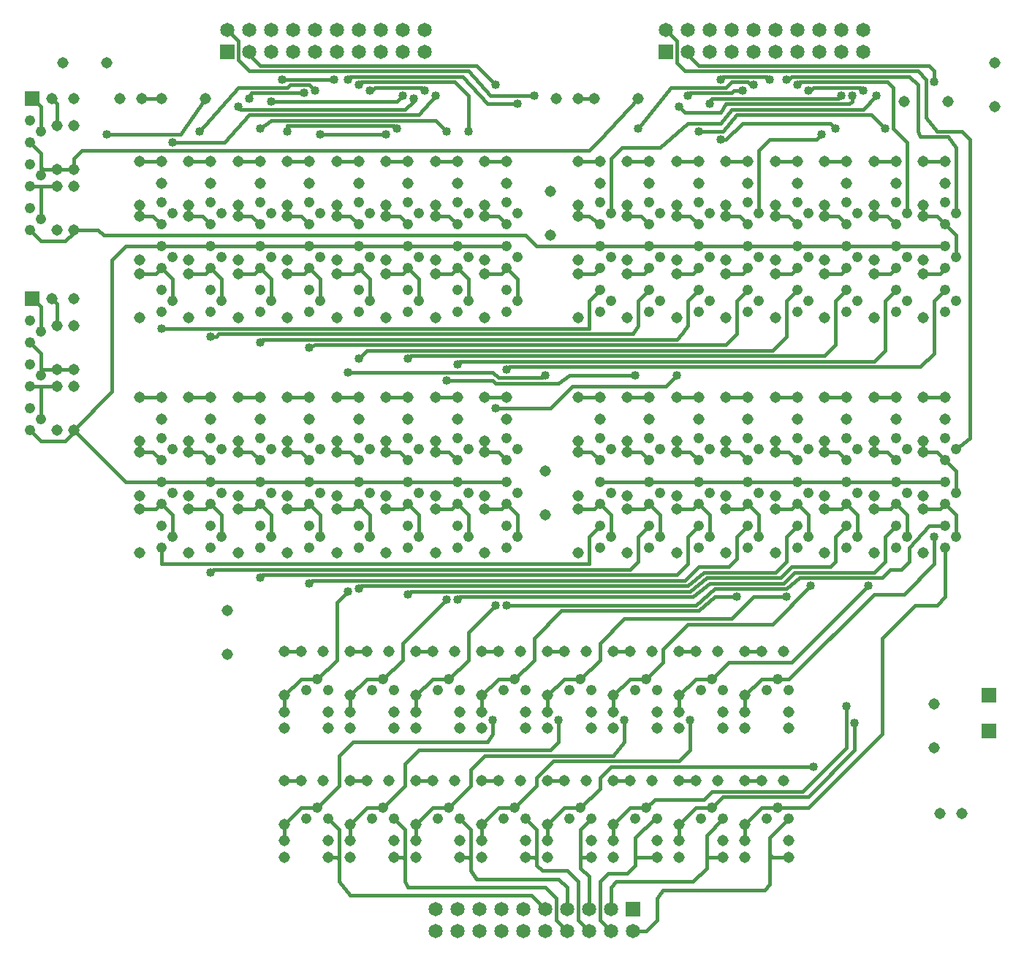
<source format=gbl>
G75*
G70*
%OFA0B0*%
%FSLAX24Y24*%
%IPPOS*%
%LPD*%
%AMOC8*
5,1,8,0,0,1.08239X$1,22.5*
%
%ADD10C,0.0476*%
%ADD11C,0.0515*%
%ADD12R,0.0650X0.0650*%
%ADD13C,0.0650*%
%ADD14R,0.0709X0.0709*%
%ADD15C,0.0160*%
%ADD16C,0.0400*%
D10*
X016285Y009250D03*
X016785Y009750D03*
X017285Y009250D03*
X019285Y009250D03*
X019785Y009750D03*
X020285Y009250D03*
X022285Y009250D03*
X022785Y009750D03*
X023285Y009250D03*
X025285Y009250D03*
X025785Y009750D03*
X026285Y009250D03*
X028285Y009250D03*
X028785Y009750D03*
X029285Y009250D03*
X031285Y009250D03*
X031785Y009750D03*
X032285Y009250D03*
X034285Y009250D03*
X034785Y009750D03*
X035285Y009250D03*
X037285Y009250D03*
X037785Y009750D03*
X038285Y009250D03*
X038285Y015125D03*
X037785Y015625D03*
X037285Y015125D03*
X035285Y015125D03*
X034785Y015625D03*
X034285Y015125D03*
X032285Y015125D03*
X031785Y015625D03*
X031285Y015125D03*
X029285Y015125D03*
X028785Y015625D03*
X028285Y015125D03*
X026285Y015125D03*
X025785Y015625D03*
X025285Y015125D03*
X023285Y015125D03*
X022785Y015625D03*
X022285Y015125D03*
X020285Y015125D03*
X019785Y015625D03*
X019285Y015125D03*
X017285Y015125D03*
X016785Y015625D03*
X016285Y015125D03*
X016410Y021625D03*
X016910Y022125D03*
X016410Y022625D03*
X016410Y023625D03*
X016910Y024125D03*
X016410Y024625D03*
X016410Y025625D03*
X016910Y026125D03*
X016410Y026625D03*
X014660Y026125D03*
X014160Y025625D03*
X014160Y024625D03*
X014660Y024125D03*
X014160Y023625D03*
X014160Y022625D03*
X014660Y022125D03*
X014160Y021625D03*
X012410Y022125D03*
X011910Y021625D03*
X011910Y022625D03*
X011910Y023625D03*
X012410Y024125D03*
X011910Y024625D03*
X011910Y025625D03*
X012410Y026125D03*
X011910Y026625D03*
X010160Y026125D03*
X009660Y025625D03*
X009660Y024625D03*
X010160Y024125D03*
X009660Y023625D03*
X009660Y022625D03*
X010160Y022125D03*
X009660Y021625D03*
X009660Y026625D03*
X014160Y026625D03*
X018660Y026625D03*
X019160Y026125D03*
X018660Y025625D03*
X018660Y024625D03*
X019160Y024125D03*
X018660Y023625D03*
X018660Y022625D03*
X019160Y022125D03*
X018660Y021625D03*
X020910Y021625D03*
X021410Y022125D03*
X020910Y022625D03*
X020910Y023625D03*
X021410Y024125D03*
X020910Y024625D03*
X020910Y025625D03*
X021410Y026125D03*
X020910Y026625D03*
X023160Y026625D03*
X023660Y026125D03*
X023160Y025625D03*
X023160Y024625D03*
X023660Y024125D03*
X023160Y023625D03*
X023160Y022625D03*
X023660Y022125D03*
X023160Y021625D03*
X025410Y021625D03*
X025910Y022125D03*
X025410Y022625D03*
X025410Y023625D03*
X025910Y024125D03*
X025410Y024625D03*
X025410Y025625D03*
X025910Y026125D03*
X025410Y026625D03*
X029660Y026625D03*
X030160Y026125D03*
X029660Y025625D03*
X029660Y024625D03*
X030160Y024125D03*
X029660Y023625D03*
X029660Y022625D03*
X030160Y022125D03*
X029660Y021625D03*
X031910Y021625D03*
X032410Y022125D03*
X031910Y022625D03*
X031910Y023625D03*
X032410Y024125D03*
X031910Y024625D03*
X031910Y025625D03*
X032410Y026125D03*
X031910Y026625D03*
X034160Y026625D03*
X034660Y026125D03*
X034160Y025625D03*
X034160Y024625D03*
X034660Y024125D03*
X034160Y023625D03*
X034160Y022625D03*
X034660Y022125D03*
X034160Y021625D03*
X036410Y021625D03*
X036910Y022125D03*
X036410Y022625D03*
X036410Y023625D03*
X036910Y024125D03*
X036410Y024625D03*
X036410Y025625D03*
X036910Y026125D03*
X036410Y026625D03*
X038660Y026625D03*
X039160Y026125D03*
X038660Y025625D03*
X038660Y024625D03*
X039160Y024125D03*
X038660Y023625D03*
X038660Y022625D03*
X039160Y022125D03*
X038660Y021625D03*
X040910Y021625D03*
X041410Y022125D03*
X040910Y022625D03*
X040910Y023625D03*
X041410Y024125D03*
X040910Y024625D03*
X040910Y025625D03*
X041410Y026125D03*
X040910Y026625D03*
X043160Y026625D03*
X043660Y026125D03*
X043160Y025625D03*
X043160Y024625D03*
X043660Y024125D03*
X043160Y023625D03*
X043160Y022625D03*
X043660Y022125D03*
X043160Y021625D03*
X045410Y021625D03*
X045910Y022125D03*
X045410Y022625D03*
X045410Y023625D03*
X045910Y024125D03*
X045410Y024625D03*
X045410Y025625D03*
X045910Y026125D03*
X045410Y026625D03*
X045410Y032375D03*
X045910Y032875D03*
X045410Y033375D03*
X045410Y034375D03*
X045910Y034875D03*
X045410Y035375D03*
X045410Y036375D03*
X045910Y036875D03*
X045410Y037375D03*
X043660Y036875D03*
X043160Y036375D03*
X043160Y035375D03*
X043660Y034875D03*
X043160Y034375D03*
X043160Y033375D03*
X043660Y032875D03*
X043160Y032375D03*
X041410Y032875D03*
X040910Y032375D03*
X040910Y033375D03*
X040910Y034375D03*
X041410Y034875D03*
X040910Y035375D03*
X040910Y036375D03*
X041410Y036875D03*
X040910Y037375D03*
X039160Y036875D03*
X038660Y036375D03*
X038660Y035375D03*
X039160Y034875D03*
X038660Y034375D03*
X038660Y033375D03*
X039160Y032875D03*
X038660Y032375D03*
X036910Y032875D03*
X036410Y032375D03*
X036410Y033375D03*
X036410Y034375D03*
X036910Y034875D03*
X036410Y035375D03*
X036410Y036375D03*
X036910Y036875D03*
X036410Y037375D03*
X034660Y036875D03*
X034160Y036375D03*
X034160Y035375D03*
X034660Y034875D03*
X034160Y034375D03*
X034160Y033375D03*
X034660Y032875D03*
X034160Y032375D03*
X032410Y032875D03*
X031910Y032375D03*
X031910Y033375D03*
X031910Y034375D03*
X032410Y034875D03*
X031910Y035375D03*
X031910Y036375D03*
X032410Y036875D03*
X031910Y037375D03*
X030160Y036875D03*
X029660Y036375D03*
X029660Y035375D03*
X030160Y034875D03*
X029660Y034375D03*
X029660Y033375D03*
X030160Y032875D03*
X029660Y032375D03*
X025910Y032875D03*
X025410Y032375D03*
X025410Y033375D03*
X025410Y034375D03*
X025910Y034875D03*
X025410Y035375D03*
X025410Y036375D03*
X025910Y036875D03*
X025410Y037375D03*
X023660Y036875D03*
X023160Y036375D03*
X023160Y035375D03*
X023660Y034875D03*
X023160Y034375D03*
X023160Y033375D03*
X023660Y032875D03*
X023160Y032375D03*
X021410Y032875D03*
X020910Y032375D03*
X020910Y033375D03*
X020910Y034375D03*
X021410Y034875D03*
X020910Y035375D03*
X020910Y036375D03*
X021410Y036875D03*
X020910Y037375D03*
X019160Y036875D03*
X018660Y036375D03*
X018660Y035375D03*
X019160Y034875D03*
X018660Y034375D03*
X018660Y033375D03*
X019160Y032875D03*
X018660Y032375D03*
X016910Y032875D03*
X016410Y032375D03*
X016410Y033375D03*
X016410Y034375D03*
X016910Y034875D03*
X016410Y035375D03*
X016410Y036375D03*
X016910Y036875D03*
X016410Y037375D03*
X014660Y036875D03*
X014160Y036375D03*
X014160Y035375D03*
X014660Y034875D03*
X014160Y034375D03*
X014160Y033375D03*
X014660Y032875D03*
X014160Y032375D03*
X012410Y032875D03*
X011910Y032375D03*
X011910Y033375D03*
X011910Y034375D03*
X012410Y034875D03*
X011910Y035375D03*
X011910Y036375D03*
X012410Y036875D03*
X011910Y037375D03*
X010160Y036875D03*
X009660Y036375D03*
X009660Y035375D03*
X010160Y034875D03*
X009660Y034375D03*
X009660Y033375D03*
X010160Y032875D03*
X009660Y032375D03*
X009660Y037375D03*
X014160Y037375D03*
X018660Y037375D03*
X023160Y037375D03*
X029660Y037375D03*
X034160Y037375D03*
X038660Y037375D03*
X043160Y037375D03*
X004160Y036625D03*
X003660Y036125D03*
X003660Y037125D03*
X003660Y038125D03*
X004160Y038625D03*
X003660Y039125D03*
X003660Y040125D03*
X004160Y040625D03*
X003660Y041125D03*
X003660Y032000D03*
X004160Y031500D03*
X003660Y031000D03*
X003660Y030000D03*
X004160Y029500D03*
X003660Y029000D03*
X003660Y028000D03*
X004160Y027500D03*
X003660Y027000D03*
D11*
X015285Y007500D03*
X015285Y008250D03*
X015285Y009000D03*
X015285Y011000D03*
X016035Y011000D03*
X017035Y011000D03*
X018285Y011000D03*
X019035Y011000D03*
X020035Y011000D03*
X021285Y011000D03*
X022035Y011000D03*
X023035Y011000D03*
X024285Y011000D03*
X025035Y011000D03*
X026035Y011000D03*
X027285Y011000D03*
X028035Y011000D03*
X029035Y011000D03*
X030285Y011000D03*
X031035Y011000D03*
X032035Y011000D03*
X033285Y011000D03*
X034035Y011000D03*
X035035Y011000D03*
X036285Y011000D03*
X037035Y011000D03*
X038035Y011000D03*
X036285Y009000D03*
X036285Y008250D03*
X036285Y007500D03*
X035285Y007500D03*
X035285Y008250D03*
X033285Y008250D03*
X033285Y007500D03*
X032285Y007500D03*
X032285Y008250D03*
X033285Y009000D03*
X030285Y009000D03*
X030285Y008250D03*
X030285Y007500D03*
X029285Y007500D03*
X029285Y008250D03*
X027285Y008250D03*
X027285Y007500D03*
X026285Y007500D03*
X026285Y008250D03*
X027285Y009000D03*
X024285Y009000D03*
X024285Y008250D03*
X024285Y007500D03*
X023285Y007500D03*
X023285Y008250D03*
X021285Y008250D03*
X021285Y007500D03*
X020285Y007500D03*
X020285Y008250D03*
X021285Y009000D03*
X018285Y009000D03*
X018285Y008250D03*
X018285Y007500D03*
X017285Y007500D03*
X017285Y008250D03*
X017285Y013375D03*
X017285Y014125D03*
X018285Y014125D03*
X018285Y013375D03*
X018285Y014875D03*
X018285Y016875D03*
X019035Y016875D03*
X020035Y016875D03*
X021285Y016875D03*
X022035Y016875D03*
X023035Y016875D03*
X024285Y016875D03*
X025035Y016875D03*
X026035Y016875D03*
X027285Y016875D03*
X028035Y016875D03*
X029035Y016875D03*
X030285Y016875D03*
X031035Y016875D03*
X032035Y016875D03*
X033285Y016875D03*
X034035Y016875D03*
X035035Y016875D03*
X036285Y016875D03*
X037035Y016875D03*
X038035Y016875D03*
X036285Y014875D03*
X036285Y014125D03*
X036285Y013375D03*
X035285Y013375D03*
X035285Y014125D03*
X033285Y014125D03*
X033285Y013375D03*
X032285Y013375D03*
X032285Y014125D03*
X033285Y014875D03*
X030285Y014875D03*
X030285Y014125D03*
X030285Y013375D03*
X029285Y013375D03*
X029285Y014125D03*
X027285Y014125D03*
X027285Y013375D03*
X026285Y013375D03*
X026285Y014125D03*
X027285Y014875D03*
X024285Y014875D03*
X024285Y014125D03*
X024285Y013375D03*
X023285Y013375D03*
X023285Y014125D03*
X021285Y014125D03*
X021285Y013375D03*
X020285Y013375D03*
X020285Y014125D03*
X021285Y014875D03*
X017035Y016875D03*
X016035Y016875D03*
X015285Y016875D03*
X015285Y014875D03*
X015285Y014125D03*
X015285Y013375D03*
X012660Y016750D03*
X012660Y018750D03*
X013160Y021375D03*
X013160Y023375D03*
X013160Y024000D03*
X013160Y026000D03*
X013160Y026500D03*
X014160Y027500D03*
X014160Y028500D03*
X013160Y028500D03*
X011910Y028500D03*
X010910Y028500D03*
X011910Y027500D03*
X010910Y026500D03*
X010910Y026000D03*
X009660Y027500D03*
X009660Y028500D03*
X008660Y028500D03*
X008660Y026500D03*
X008660Y026000D03*
X008660Y024000D03*
X008660Y023375D03*
X008660Y021375D03*
X010910Y021375D03*
X010910Y023375D03*
X010910Y024000D03*
X015410Y024000D03*
X015410Y023375D03*
X015410Y021375D03*
X017660Y021375D03*
X017660Y023375D03*
X017660Y024000D03*
X017660Y026000D03*
X017660Y026500D03*
X018660Y027500D03*
X018660Y028500D03*
X017660Y028500D03*
X016410Y028500D03*
X015410Y028500D03*
X016410Y027500D03*
X015410Y026500D03*
X015410Y026000D03*
X019910Y026000D03*
X019910Y026500D03*
X020910Y027500D03*
X020910Y028500D03*
X019910Y028500D03*
X022160Y028500D03*
X023160Y028500D03*
X023160Y027500D03*
X022160Y026500D03*
X022160Y026000D03*
X022160Y024000D03*
X022160Y023375D03*
X022160Y021375D03*
X019910Y021375D03*
X019910Y023375D03*
X019910Y024000D03*
X024410Y024000D03*
X024410Y023375D03*
X024410Y021375D03*
X027160Y023125D03*
X028660Y023375D03*
X028660Y024000D03*
X027160Y025125D03*
X028660Y026000D03*
X028660Y026500D03*
X029660Y027500D03*
X029660Y028500D03*
X028660Y028500D03*
X030910Y028500D03*
X031910Y028500D03*
X031910Y027500D03*
X030910Y026500D03*
X030910Y026000D03*
X030910Y024000D03*
X030910Y023375D03*
X030910Y021375D03*
X028660Y021375D03*
X033160Y021375D03*
X033160Y023375D03*
X033160Y024000D03*
X033160Y026000D03*
X033160Y026500D03*
X034160Y027500D03*
X034160Y028500D03*
X033160Y028500D03*
X035410Y028500D03*
X036410Y028500D03*
X036410Y027500D03*
X035410Y026500D03*
X035410Y026000D03*
X035410Y024000D03*
X035410Y023375D03*
X035410Y021375D03*
X037660Y021375D03*
X037660Y023375D03*
X037660Y024000D03*
X037660Y026000D03*
X037660Y026500D03*
X038660Y027500D03*
X038660Y028500D03*
X037660Y028500D03*
X039910Y028500D03*
X040910Y028500D03*
X040910Y027500D03*
X042160Y026500D03*
X042160Y026000D03*
X043160Y027500D03*
X043160Y028500D03*
X042160Y028500D03*
X044410Y028500D03*
X045410Y028500D03*
X045410Y027500D03*
X044410Y026500D03*
X044410Y026000D03*
X044410Y024000D03*
X044410Y023375D03*
X044410Y021375D03*
X042160Y021375D03*
X042160Y023375D03*
X042160Y024000D03*
X039910Y024000D03*
X039910Y023375D03*
X039910Y021375D03*
X039910Y026000D03*
X039910Y026500D03*
X039910Y032125D03*
X039910Y034125D03*
X039910Y034750D03*
X039910Y036750D03*
X039910Y037250D03*
X038660Y038250D03*
X038660Y039250D03*
X037660Y039250D03*
X036410Y039250D03*
X035410Y039250D03*
X034160Y039250D03*
X033160Y039250D03*
X034160Y038250D03*
X033160Y037250D03*
X033160Y036750D03*
X031910Y038250D03*
X031910Y039250D03*
X030910Y039250D03*
X029660Y039250D03*
X028660Y039250D03*
X029660Y038250D03*
X028660Y037250D03*
X028660Y036750D03*
X027410Y035875D03*
X028660Y034750D03*
X028660Y034125D03*
X028660Y032125D03*
X030910Y032125D03*
X030910Y034125D03*
X030910Y034750D03*
X030910Y036750D03*
X030910Y037250D03*
X033160Y034750D03*
X033160Y034125D03*
X033160Y032125D03*
X035410Y032125D03*
X035410Y034125D03*
X035410Y034750D03*
X035410Y036750D03*
X035410Y037250D03*
X036410Y038250D03*
X037660Y037250D03*
X037660Y036750D03*
X037660Y034750D03*
X037660Y034125D03*
X037660Y032125D03*
X042160Y032125D03*
X042160Y034125D03*
X042160Y034750D03*
X042160Y036750D03*
X042160Y037250D03*
X043160Y038250D03*
X043160Y039250D03*
X042160Y039250D03*
X040910Y039250D03*
X040910Y038250D03*
X039910Y039250D03*
X043535Y042000D03*
X045535Y042000D03*
X047660Y041750D03*
X047660Y043750D03*
X045410Y039250D03*
X044410Y039250D03*
X045410Y038250D03*
X044410Y037250D03*
X044410Y036750D03*
X044410Y034750D03*
X044410Y034125D03*
X044410Y032125D03*
X031410Y042125D03*
X029410Y042125D03*
X028660Y042125D03*
X027660Y042125D03*
X025410Y039250D03*
X024410Y039250D03*
X025410Y038250D03*
X024410Y037250D03*
X024410Y036750D03*
X023160Y038250D03*
X023160Y039250D03*
X022160Y039250D03*
X020910Y039250D03*
X019910Y039250D03*
X020910Y038250D03*
X019910Y037250D03*
X019910Y036750D03*
X018660Y038250D03*
X018660Y039250D03*
X017660Y039250D03*
X016410Y039250D03*
X015410Y039250D03*
X016410Y038250D03*
X015410Y037250D03*
X015410Y036750D03*
X014160Y038250D03*
X014160Y039250D03*
X013160Y039250D03*
X011910Y039250D03*
X010910Y039250D03*
X011910Y038250D03*
X010910Y037250D03*
X010910Y036750D03*
X009660Y038250D03*
X009660Y039250D03*
X008660Y039250D03*
X008660Y037250D03*
X008660Y036750D03*
X008660Y034750D03*
X008660Y034125D03*
X008660Y032125D03*
X010910Y032125D03*
X010910Y034125D03*
X010910Y034750D03*
X013160Y034750D03*
X013160Y034125D03*
X013160Y032125D03*
X015410Y032125D03*
X015410Y034125D03*
X015410Y034750D03*
X017660Y034750D03*
X017660Y034125D03*
X017660Y032125D03*
X019910Y032125D03*
X019910Y034125D03*
X019910Y034750D03*
X022160Y034750D03*
X022160Y034125D03*
X022160Y032125D03*
X024410Y032125D03*
X024410Y034125D03*
X024410Y034750D03*
X022160Y036750D03*
X022160Y037250D03*
X017660Y037250D03*
X017660Y036750D03*
X013160Y036750D03*
X013160Y037250D03*
X011660Y042125D03*
X009660Y042125D03*
X008785Y042125D03*
X007785Y042125D03*
X007160Y043750D03*
X005660Y042125D03*
X004660Y042125D03*
X004910Y040875D03*
X005660Y040875D03*
X005660Y038875D03*
X005660Y038125D03*
X004910Y038125D03*
X004910Y038875D03*
X004910Y036125D03*
X005660Y036125D03*
X005660Y033000D03*
X004660Y033000D03*
X004910Y031750D03*
X005660Y031750D03*
X005660Y029750D03*
X004910Y029750D03*
X004910Y029000D03*
X005660Y029000D03*
X005660Y027000D03*
X004910Y027000D03*
X005160Y043750D03*
X024410Y028500D03*
X025410Y028500D03*
X025410Y027500D03*
X024410Y026500D03*
X024410Y026000D03*
X027410Y037875D03*
X044910Y014500D03*
X044910Y012500D03*
X045160Y009500D03*
X046160Y009500D03*
X038285Y008250D03*
X038285Y007500D03*
X038285Y013375D03*
X038285Y014125D03*
D12*
X031160Y005125D03*
X032660Y044250D03*
X012660Y044250D03*
D13*
X012660Y045250D03*
X013660Y045250D03*
X013660Y044250D03*
X014660Y044250D03*
X014660Y045250D03*
X015660Y045250D03*
X015660Y044250D03*
X016660Y044250D03*
X016660Y045250D03*
X017660Y045250D03*
X017660Y044250D03*
X018660Y044250D03*
X018660Y045250D03*
X019660Y045250D03*
X019660Y044250D03*
X020660Y044250D03*
X020660Y045250D03*
X021660Y045250D03*
X021660Y044250D03*
X032660Y045250D03*
X033660Y045250D03*
X033660Y044250D03*
X034660Y044250D03*
X034660Y045250D03*
X035660Y045250D03*
X035660Y044250D03*
X036660Y044250D03*
X036660Y045250D03*
X037660Y045250D03*
X037660Y044250D03*
X038660Y044250D03*
X038660Y045250D03*
X039660Y045250D03*
X039660Y044250D03*
X040660Y044250D03*
X040660Y045250D03*
X041660Y045250D03*
X041660Y044250D03*
X030160Y005125D03*
X029160Y005125D03*
X028160Y005125D03*
X027160Y005125D03*
X026160Y005125D03*
X025160Y005125D03*
X024160Y005125D03*
X024160Y004125D03*
X025160Y004125D03*
X026160Y004125D03*
X027160Y004125D03*
X028160Y004125D03*
X029160Y004125D03*
X030160Y004125D03*
X031160Y004125D03*
X023160Y004125D03*
X022160Y004125D03*
X022160Y005125D03*
X023160Y005125D03*
D14*
X047410Y013250D03*
X047410Y014875D03*
X003785Y033000D03*
X003785Y042125D03*
D15*
X004160Y041750D01*
X004160Y040625D01*
X003660Y040125D02*
X004160Y039625D01*
X004160Y039000D01*
X004285Y038875D01*
X004910Y038875D01*
X005660Y038875D01*
X005660Y039375D01*
X006035Y039750D01*
X029160Y039750D01*
X029660Y040250D01*
X031410Y042125D01*
X031410Y040750D02*
X032910Y042625D01*
X035410Y042625D01*
X035660Y042875D01*
X036410Y042875D01*
X036535Y042750D01*
X036660Y042750D01*
X036160Y042500D02*
X035785Y042500D01*
X035660Y042375D01*
X033785Y042375D01*
X033660Y042250D01*
X033285Y041750D02*
X033535Y041500D01*
X035160Y041500D01*
X035410Y041875D01*
X041035Y041875D01*
X041160Y042000D01*
X041160Y042250D01*
X040660Y042250D02*
X040535Y042125D01*
X034785Y042125D01*
X034660Y042000D01*
X034660Y041875D01*
X035160Y041000D02*
X033660Y041000D01*
X032410Y039875D01*
X030660Y039875D01*
X030160Y039375D01*
X030160Y036875D01*
X029660Y036375D02*
X029160Y036750D01*
X028660Y036750D01*
X028660Y037250D01*
X028660Y039250D02*
X029660Y039250D01*
X030910Y039250D02*
X031910Y039250D01*
X033160Y039250D02*
X034160Y039250D01*
X035410Y039250D02*
X036410Y039250D01*
X036910Y039750D02*
X037410Y040250D01*
X039535Y040250D01*
X039785Y040500D01*
X040160Y041000D02*
X040410Y040750D01*
X040160Y041000D02*
X036160Y041000D01*
X035410Y040250D01*
X035160Y040250D01*
X035285Y040625D02*
X034160Y040625D01*
X035160Y041000D02*
X035660Y041625D01*
X041660Y041625D01*
X042285Y042250D01*
X041660Y042500D02*
X041535Y042625D01*
X039410Y042625D01*
X039285Y042500D01*
X039160Y042500D01*
X038785Y042875D02*
X038660Y042750D01*
X038785Y042875D02*
X042785Y042875D01*
X043035Y042625D01*
X043035Y040750D01*
X043660Y040125D01*
X043660Y036875D01*
X043160Y036375D02*
X042785Y036750D01*
X042160Y036750D01*
X042160Y037250D01*
X040910Y036375D02*
X040535Y036750D01*
X039910Y036750D01*
X039910Y037250D01*
X038660Y036375D02*
X038285Y036750D01*
X037660Y036750D01*
X037660Y037250D01*
X036910Y036875D02*
X036910Y039750D01*
X037660Y039250D02*
X038660Y039250D01*
X039910Y039250D02*
X040910Y039250D01*
X042160Y039250D02*
X043160Y039250D01*
X044285Y040375D02*
X045535Y040375D01*
X045910Y039875D01*
X045910Y036875D01*
X045410Y036375D02*
X045910Y035875D01*
X045910Y034875D01*
X045410Y034375D02*
X045160Y034125D01*
X044410Y034125D01*
X045410Y033375D02*
X044910Y032875D01*
X044910Y030500D01*
X044285Y029875D01*
X025535Y029875D01*
X025410Y029750D01*
X025035Y029375D02*
X024785Y029625D01*
X018160Y029625D01*
X018660Y030250D02*
X019035Y030625D01*
X037535Y030625D01*
X038160Y031250D01*
X038160Y032875D01*
X038660Y033375D01*
X038410Y034125D02*
X037660Y034125D01*
X038410Y034125D02*
X038660Y034375D01*
X038660Y035375D02*
X036410Y035375D01*
X034160Y035375D01*
X031910Y035375D01*
X029660Y035375D01*
X026785Y035375D01*
X026285Y035875D01*
X007035Y035875D01*
X006785Y036125D01*
X005660Y036125D01*
X005660Y036000D01*
X005285Y035625D01*
X004160Y035625D01*
X003660Y036125D01*
X004160Y036625D02*
X004160Y038125D01*
X003660Y038125D01*
X004160Y038125D02*
X004910Y038125D01*
X004160Y038625D02*
X004160Y039000D01*
X004910Y040875D02*
X004910Y041875D01*
X004660Y042125D01*
X007160Y040500D02*
X010535Y040500D01*
X011660Y042125D01*
X012410Y041750D02*
X011410Y040625D01*
X012535Y040125D02*
X013660Y041375D01*
X021410Y041375D01*
X022160Y042250D01*
X021660Y042500D02*
X021535Y042625D01*
X019410Y042625D01*
X019285Y042500D01*
X019160Y042500D01*
X018785Y042875D02*
X018660Y042750D01*
X018785Y042875D02*
X023035Y042875D01*
X023660Y042250D01*
X023660Y040625D01*
X024535Y041875D02*
X023410Y043125D01*
X018285Y043125D01*
X018160Y043000D01*
X017535Y043000D02*
X015160Y043000D01*
X015410Y042625D02*
X013160Y042625D01*
X012410Y041750D01*
X013160Y041750D02*
X013285Y041625D01*
X020785Y041625D01*
X021160Y042000D01*
X021160Y042125D01*
X020660Y042250D02*
X020410Y042000D01*
X014660Y042000D01*
X014660Y041125D02*
X022160Y041125D01*
X022660Y040625D01*
X022160Y039250D02*
X023160Y039250D01*
X024410Y039250D02*
X025410Y039250D01*
X024410Y037250D02*
X024410Y036750D01*
X025035Y036750D01*
X025410Y036375D01*
X025410Y035375D02*
X023160Y035375D01*
X020910Y035375D01*
X018660Y035375D01*
X016410Y035375D01*
X014160Y035375D01*
X011910Y035375D01*
X009660Y035375D01*
X008035Y035375D01*
X007410Y034750D01*
X007410Y028750D01*
X005660Y027000D01*
X008035Y024625D01*
X009660Y024625D01*
X011910Y024625D01*
X014160Y024625D01*
X016410Y024625D01*
X018660Y024625D01*
X020910Y024625D01*
X023160Y024625D01*
X025410Y024625D01*
X025410Y023625D02*
X025910Y023125D01*
X025910Y022125D01*
X025160Y023375D02*
X024410Y023375D01*
X023660Y023125D02*
X023160Y023625D01*
X022910Y023375D01*
X022160Y023375D01*
X021410Y023125D02*
X020910Y023625D01*
X020660Y023375D01*
X019910Y023375D01*
X019160Y023125D02*
X018660Y023625D01*
X018410Y023375D01*
X017660Y023375D01*
X016910Y023125D02*
X016410Y023625D01*
X016160Y023375D01*
X015410Y023375D01*
X014660Y023125D02*
X014160Y023625D01*
X013910Y023375D01*
X013160Y023375D01*
X012410Y023125D02*
X011910Y023625D01*
X011660Y023375D01*
X010910Y023375D01*
X010160Y023125D02*
X009660Y023625D01*
X009410Y023375D01*
X008660Y023375D01*
X010160Y023125D02*
X010160Y022125D01*
X009660Y021625D02*
X009660Y020875D01*
X029160Y020875D01*
X029160Y022125D01*
X029660Y022625D01*
X030160Y022125D02*
X030160Y023125D01*
X029660Y023625D01*
X029410Y023375D01*
X028660Y023375D01*
X029660Y024625D02*
X031910Y024625D01*
X034160Y024625D01*
X036410Y024625D01*
X038660Y024625D01*
X040910Y024625D01*
X043160Y024625D01*
X045410Y024625D01*
X045910Y024125D02*
X045910Y025125D01*
X045410Y025625D01*
X045035Y026000D01*
X044410Y026000D01*
X044410Y026500D01*
X043160Y025625D02*
X042785Y026000D01*
X042160Y026000D01*
X042160Y026500D01*
X040910Y025625D02*
X040535Y026000D01*
X039910Y026000D01*
X039910Y026500D01*
X038660Y025625D02*
X038285Y026000D01*
X037660Y026000D01*
X037660Y026500D01*
X036410Y025625D02*
X036035Y026000D01*
X035410Y026000D01*
X035410Y026500D01*
X034160Y025625D02*
X033785Y026000D01*
X033160Y026000D01*
X033160Y026500D01*
X031910Y025625D02*
X031535Y026000D01*
X030910Y026000D01*
X030910Y026500D01*
X029660Y025625D02*
X029285Y026000D01*
X028660Y026000D01*
X028660Y026500D01*
X027410Y028000D02*
X028410Y029000D01*
X032660Y029000D01*
X033160Y029500D01*
X033160Y028500D02*
X034160Y028500D01*
X035410Y028500D02*
X036410Y028500D01*
X037660Y028500D02*
X038660Y028500D01*
X039910Y028500D02*
X040910Y028500D01*
X042160Y028500D02*
X043160Y028500D01*
X044410Y028500D02*
X045410Y028500D01*
X046535Y026625D02*
X046535Y040250D01*
X046160Y040625D01*
X045035Y040625D01*
X044535Y041250D01*
X044535Y043000D01*
X044160Y043375D01*
X033535Y043375D01*
X033160Y043750D01*
X033160Y044750D01*
X032660Y045250D01*
X033660Y044250D02*
X033660Y044125D01*
X034160Y043625D01*
X044660Y043625D01*
X044910Y043375D01*
X044910Y042875D01*
X044160Y042750D02*
X044160Y040625D01*
X044285Y040375D01*
X044410Y039250D02*
X045410Y039250D01*
X044410Y037250D02*
X044410Y036750D01*
X045035Y036750D01*
X045410Y036375D01*
X045410Y035375D02*
X043160Y035375D01*
X040910Y035375D01*
X038660Y035375D01*
X039910Y034125D02*
X040660Y034125D01*
X040910Y034375D01*
X040910Y033375D02*
X040410Y032875D01*
X040410Y030875D01*
X039910Y030375D01*
X021035Y030375D01*
X020910Y030250D01*
X022660Y029250D02*
X024785Y029250D01*
X024910Y029125D01*
X027785Y029125D01*
X028285Y029500D01*
X031285Y029500D01*
X030910Y028500D02*
X031910Y028500D01*
X029660Y028500D02*
X028660Y028500D01*
X027410Y028000D02*
X024910Y028000D01*
X025410Y028500D02*
X024410Y028500D01*
X025035Y029375D02*
X027035Y029375D01*
X027160Y029500D01*
X029160Y031625D02*
X029160Y032875D01*
X029660Y033375D01*
X029410Y034125D02*
X028660Y034125D01*
X029410Y034125D02*
X029660Y034375D01*
X030910Y034125D02*
X031660Y034125D01*
X031910Y034375D01*
X031910Y033375D02*
X031410Y032875D01*
X031410Y031750D01*
X031160Y031375D01*
X012285Y031375D01*
X012160Y031250D01*
X011910Y031250D01*
X012410Y032875D02*
X012410Y033875D01*
X011910Y034375D01*
X011660Y034125D01*
X010910Y034125D01*
X010160Y033875D02*
X009660Y034375D01*
X009410Y034125D01*
X008660Y034125D01*
X010160Y033875D02*
X010160Y032875D01*
X009660Y031625D02*
X029160Y031625D01*
X025910Y032875D02*
X025910Y033875D01*
X025410Y034375D01*
X025160Y034125D01*
X024410Y034125D01*
X023660Y033875D02*
X023160Y034375D01*
X022910Y034125D01*
X022160Y034125D01*
X021410Y033875D02*
X020910Y034375D01*
X020660Y034125D01*
X019910Y034125D01*
X019160Y033875D02*
X018660Y034375D01*
X018410Y034125D01*
X017660Y034125D01*
X016910Y033875D02*
X016410Y034375D01*
X016160Y034125D01*
X015410Y034125D01*
X014660Y033875D02*
X014160Y034375D01*
X013910Y034125D01*
X013160Y034125D01*
X014660Y033875D02*
X014660Y032875D01*
X014285Y031125D02*
X033160Y031125D01*
X033410Y031375D01*
X033660Y031750D01*
X033660Y032875D01*
X034160Y033375D01*
X033910Y034125D02*
X033160Y034125D01*
X033910Y034125D02*
X034160Y034375D01*
X035410Y034125D02*
X036160Y034125D01*
X036410Y034375D01*
X036410Y033375D02*
X035910Y032875D01*
X035910Y031375D01*
X035410Y030875D01*
X016660Y030875D01*
X016410Y030750D01*
X016910Y032875D02*
X016910Y033875D01*
X019160Y033875D02*
X019160Y032875D01*
X021410Y032875D02*
X021410Y033875D01*
X023660Y033875D02*
X023660Y032875D01*
X023285Y030125D02*
X042160Y030125D01*
X042660Y030625D01*
X042660Y032875D01*
X043160Y033375D01*
X042910Y034125D02*
X042160Y034125D01*
X042910Y034125D02*
X043160Y034375D01*
X042660Y040750D02*
X042035Y041375D01*
X035910Y041375D01*
X035285Y040625D01*
X035160Y043000D02*
X035285Y043125D01*
X037285Y043125D01*
X037410Y043000D01*
X038160Y043000D02*
X038285Y043000D01*
X038410Y043125D01*
X043785Y043125D01*
X044160Y042750D01*
X036410Y036375D02*
X036035Y036750D01*
X035410Y036750D01*
X035410Y037250D01*
X034160Y036375D02*
X033785Y036750D01*
X033160Y036750D01*
X033160Y037250D01*
X031910Y036375D02*
X031535Y036750D01*
X030910Y036750D01*
X030910Y037250D01*
X029410Y042125D02*
X028660Y042125D01*
X026660Y042250D02*
X024660Y042250D01*
X023660Y043375D01*
X013660Y043375D01*
X013160Y043875D01*
X013160Y044750D01*
X012660Y045250D01*
X013660Y044250D02*
X013660Y044125D01*
X014160Y043625D01*
X024035Y043625D01*
X024910Y042750D01*
X024535Y041875D02*
X025910Y041875D01*
X022160Y037250D02*
X022160Y036750D01*
X022785Y036750D01*
X023160Y036375D01*
X020910Y036375D02*
X020535Y036750D01*
X019910Y036750D01*
X019910Y037250D01*
X018660Y036375D02*
X018285Y036750D01*
X017660Y036750D01*
X017660Y037250D01*
X016410Y036375D02*
X016035Y036750D01*
X015410Y036750D01*
X015410Y037250D01*
X014160Y036375D02*
X013785Y036750D01*
X013160Y036750D01*
X013160Y037250D01*
X011910Y036375D02*
X011535Y036750D01*
X010910Y036750D01*
X010910Y037250D01*
X009660Y036375D02*
X009285Y036750D01*
X008660Y036750D01*
X008660Y037250D01*
X008660Y039250D02*
X009660Y039250D01*
X010160Y040125D02*
X012535Y040125D01*
X011910Y039250D02*
X010910Y039250D01*
X013160Y039250D02*
X014160Y039250D01*
X015410Y039250D02*
X016410Y039250D01*
X017660Y039250D02*
X018660Y039250D01*
X019910Y039250D02*
X020910Y039250D01*
X020410Y040750D02*
X020285Y040875D01*
X015410Y040875D01*
X015410Y040625D01*
X014660Y041125D02*
X014160Y040750D01*
X013660Y042125D02*
X013785Y042375D01*
X016160Y042375D01*
X016410Y042750D02*
X015535Y042750D01*
X015410Y042625D01*
X016410Y042750D02*
X016660Y042500D01*
X016910Y040500D02*
X019910Y040500D01*
X014285Y031125D02*
X014160Y031000D01*
X014160Y028500D02*
X013160Y028500D01*
X011910Y028500D02*
X010910Y028500D01*
X009660Y028500D02*
X008660Y028500D01*
X008660Y026500D02*
X008660Y026000D01*
X009285Y026000D01*
X009660Y025625D01*
X010910Y026000D02*
X010910Y026500D01*
X010910Y026000D02*
X011535Y026000D01*
X011910Y025625D01*
X013160Y026000D02*
X013160Y026500D01*
X013160Y026000D02*
X013785Y026000D01*
X014160Y025625D01*
X015410Y026000D02*
X015410Y026500D01*
X015410Y026000D02*
X016035Y026000D01*
X016410Y025625D01*
X017660Y026000D02*
X017660Y026500D01*
X017660Y026000D02*
X018285Y026000D01*
X018660Y025625D01*
X019910Y026000D02*
X019910Y026500D01*
X019910Y026000D02*
X020535Y026000D01*
X020910Y025625D01*
X022160Y026000D02*
X022160Y026500D01*
X022160Y026000D02*
X022785Y026000D01*
X023160Y025625D01*
X024410Y026000D02*
X024410Y026500D01*
X024410Y026000D02*
X025035Y026000D01*
X025410Y025625D01*
X025410Y023625D02*
X025160Y023375D01*
X023660Y023125D02*
X023660Y022125D01*
X021410Y022125D02*
X021410Y023125D01*
X019160Y023125D02*
X019160Y022125D01*
X016910Y022125D02*
X016910Y023125D01*
X014660Y023125D02*
X014660Y022125D01*
X014285Y020375D02*
X033160Y020375D01*
X033660Y020875D01*
X033660Y022125D01*
X034160Y022625D01*
X034660Y022125D02*
X034660Y023125D01*
X034160Y023625D01*
X033910Y023375D01*
X033160Y023375D01*
X032410Y023125D02*
X031910Y023625D01*
X031660Y023375D01*
X030910Y023375D01*
X031910Y022625D02*
X031410Y022125D01*
X031410Y021000D01*
X031035Y020625D01*
X012035Y020625D01*
X011910Y020500D01*
X012410Y022125D02*
X012410Y023125D01*
X014285Y020375D02*
X014160Y020250D01*
X016410Y020000D02*
X016535Y020125D01*
X033535Y020125D01*
X034160Y020750D01*
X035535Y020750D01*
X035910Y021125D01*
X035910Y022125D01*
X036410Y022625D01*
X036910Y022125D02*
X036910Y023125D01*
X036410Y023625D01*
X036160Y023375D01*
X035410Y023375D01*
X037660Y023375D02*
X038410Y023375D01*
X038660Y023625D01*
X039160Y023125D01*
X039160Y022125D01*
X038660Y022625D02*
X038160Y022125D01*
X038160Y021000D01*
X037660Y020500D01*
X034410Y020500D01*
X033660Y019875D01*
X018785Y019875D01*
X018660Y019750D01*
X018160Y019625D02*
X017660Y019125D01*
X017660Y016500D01*
X016785Y015625D01*
X016035Y015625D01*
X015285Y014875D01*
X015285Y014125D01*
X017785Y012125D02*
X017785Y010750D01*
X016785Y009750D01*
X016035Y009750D01*
X015285Y009000D01*
X015285Y008250D01*
X017285Y007500D02*
X017660Y007500D01*
X017785Y007375D01*
X017785Y006375D01*
X018285Y005750D01*
X026535Y005750D01*
X027160Y005125D01*
X027660Y004625D02*
X028160Y004125D01*
X027660Y004625D02*
X027660Y005625D01*
X027160Y006125D01*
X020910Y006125D01*
X020785Y006375D01*
X020785Y007375D01*
X020660Y007500D01*
X020285Y007500D01*
X020785Y007375D02*
X020785Y008750D01*
X020285Y009250D01*
X019785Y009750D02*
X020785Y010750D01*
X020785Y011750D01*
X021410Y012375D01*
X027410Y012375D01*
X027785Y012750D01*
X027785Y013750D01*
X027285Y014125D02*
X027285Y014875D01*
X028035Y015625D01*
X028785Y015625D01*
X029660Y016500D01*
X029660Y017250D01*
X030785Y018375D01*
X035660Y018375D01*
X036660Y019375D01*
X038160Y019375D01*
X038160Y019750D02*
X038785Y020250D01*
X042535Y020250D01*
X042910Y020625D01*
X043410Y020625D01*
X043785Y021000D01*
X043785Y021625D01*
X044660Y022625D01*
X045410Y022625D01*
X044910Y022125D02*
X044910Y020875D01*
X043535Y019500D01*
X042160Y019500D01*
X038285Y015625D01*
X037785Y015625D01*
X037035Y015625D01*
X036285Y014875D01*
X036285Y014125D01*
X034785Y015625D02*
X034035Y015625D01*
X033285Y014875D01*
X033285Y014125D01*
X033785Y013750D02*
X033785Y012375D01*
X033285Y011875D01*
X027535Y011875D01*
X026785Y011125D01*
X026785Y010750D01*
X025785Y009750D01*
X025035Y009750D01*
X024285Y009000D01*
X024285Y008250D01*
X023785Y008750D02*
X023785Y007375D01*
X023660Y007500D01*
X023285Y007500D01*
X023785Y007375D02*
X023785Y006875D01*
X024035Y006500D01*
X027785Y006500D01*
X028160Y006125D01*
X028160Y005125D01*
X028660Y004625D02*
X029160Y004125D01*
X028660Y004625D02*
X028660Y006375D01*
X028160Y006875D01*
X027035Y006875D01*
X026785Y007125D01*
X026785Y007375D01*
X026660Y007500D01*
X026285Y007500D01*
X026785Y007375D02*
X026785Y008750D01*
X026285Y009250D01*
X027285Y009000D02*
X027285Y008250D01*
X027285Y009000D02*
X028035Y009750D01*
X028785Y009750D01*
X029660Y010625D01*
X029660Y011125D01*
X030160Y011625D01*
X039410Y011625D01*
X038910Y010500D02*
X034785Y010500D01*
X034410Y010125D01*
X032160Y010125D01*
X031785Y009750D01*
X031035Y009750D01*
X030285Y009000D01*
X030285Y008250D01*
X031285Y008375D02*
X031285Y007500D01*
X032285Y007500D01*
X031285Y007500D02*
X031285Y007125D01*
X030910Y006750D01*
X030035Y006750D01*
X029660Y006375D01*
X029660Y004625D01*
X030160Y004125D01*
X030160Y005125D02*
X030160Y006125D01*
X030410Y006375D01*
X033910Y006375D01*
X034535Y007000D01*
X034535Y007500D01*
X035285Y007500D01*
X034535Y007500D02*
X034535Y008500D01*
X035285Y009250D01*
X034785Y009750D02*
X035285Y010250D01*
X039160Y010250D01*
X041285Y012375D01*
X041285Y013625D01*
X040910Y014375D02*
X040910Y012500D01*
X038910Y010500D01*
X039160Y009750D02*
X037785Y009750D01*
X037035Y009750D01*
X036285Y009000D01*
X036285Y008250D01*
X037410Y008375D02*
X037410Y007625D01*
X037535Y007500D01*
X038285Y007500D01*
X037410Y007625D02*
X037410Y006250D01*
X037160Y006000D01*
X032535Y006000D01*
X032285Y005625D01*
X032285Y004625D01*
X031785Y004125D01*
X031160Y004125D01*
X029160Y005125D02*
X029160Y006625D01*
X028785Y007000D01*
X028785Y007500D01*
X029285Y007500D01*
X028785Y007500D02*
X028785Y008750D01*
X029285Y009250D01*
X030285Y011000D02*
X031035Y011000D01*
X030285Y012125D02*
X024410Y012125D01*
X023785Y011500D01*
X023785Y010750D01*
X022785Y009750D01*
X022035Y009750D01*
X021285Y009000D01*
X021285Y008250D01*
X019785Y009750D02*
X019035Y009750D01*
X018285Y009000D01*
X018285Y008250D01*
X017785Y008750D02*
X017785Y007375D01*
X017785Y008750D02*
X017285Y009250D01*
X018285Y011000D02*
X019035Y011000D01*
X017785Y012125D02*
X018410Y012750D01*
X024535Y012750D01*
X024785Y013125D01*
X024785Y013750D01*
X024285Y014125D02*
X024285Y014875D01*
X025035Y015625D01*
X025785Y015625D01*
X026660Y016500D01*
X026660Y017500D01*
X027910Y018750D01*
X034160Y018750D01*
X034910Y019375D01*
X035910Y019375D01*
X034910Y019750D02*
X038160Y019750D01*
X038035Y020000D02*
X038535Y020500D01*
X042160Y020500D01*
X042660Y021000D01*
X042660Y022125D01*
X043160Y022625D01*
X043660Y022125D02*
X043660Y023125D01*
X043160Y023625D01*
X042910Y023375D01*
X042160Y023375D01*
X041410Y023125D02*
X040910Y023625D01*
X040660Y023375D01*
X039910Y023375D01*
X040910Y022625D02*
X040410Y022125D01*
X040410Y021000D01*
X040160Y020750D01*
X038410Y020750D01*
X037910Y020250D01*
X034535Y020250D01*
X033785Y019625D01*
X021035Y019625D01*
X020910Y019500D01*
X022660Y019250D02*
X020660Y017250D01*
X020660Y016500D01*
X019785Y015625D01*
X019035Y015625D01*
X018285Y014875D01*
X018285Y014125D01*
X018285Y016875D02*
X019035Y016875D01*
X021285Y016875D02*
X022035Y016875D01*
X022035Y015625D02*
X021285Y014875D01*
X021285Y014125D01*
X022035Y015625D02*
X022785Y015625D01*
X023660Y016500D01*
X023660Y017750D01*
X024910Y019000D01*
X025410Y019000D02*
X034035Y019000D01*
X034910Y019750D01*
X034660Y020000D02*
X038035Y020000D01*
X039285Y019875D02*
X037535Y018125D01*
X033660Y018125D01*
X032535Y017000D01*
X032535Y016375D01*
X031785Y015625D01*
X031035Y015625D01*
X030285Y014875D01*
X030285Y014125D01*
X030785Y013750D02*
X030785Y012750D01*
X030285Y012125D01*
X028035Y011000D02*
X027285Y011000D01*
X025035Y011000D02*
X024285Y011000D01*
X023285Y009250D02*
X023785Y008750D01*
X022035Y011000D02*
X021285Y011000D01*
X016035Y011000D02*
X015285Y011000D01*
X015285Y016875D02*
X016035Y016875D01*
X023160Y019250D02*
X023285Y019375D01*
X033910Y019375D01*
X034660Y020000D01*
X032410Y022125D02*
X032410Y023125D01*
X033285Y016875D02*
X034035Y016875D01*
X034785Y015625D02*
X035535Y016375D01*
X038410Y016375D01*
X041910Y019875D01*
X044035Y019000D02*
X042535Y017500D01*
X042535Y013125D01*
X039160Y009750D01*
X038285Y009250D02*
X037410Y008375D01*
X034785Y009750D02*
X034035Y009750D01*
X033285Y009000D01*
X033285Y008250D01*
X032285Y009250D02*
X032160Y009250D01*
X031285Y008375D01*
X033285Y011000D02*
X034035Y011000D01*
X036285Y011000D02*
X037035Y011000D01*
X037035Y016875D02*
X036285Y016875D01*
X031035Y016875D02*
X030285Y016875D01*
X028035Y016875D02*
X027285Y016875D01*
X025035Y016875D02*
X024285Y016875D01*
X023160Y028500D02*
X022160Y028500D01*
X020910Y028500D02*
X019910Y028500D01*
X018660Y028500D02*
X017660Y028500D01*
X016410Y028500D02*
X015410Y028500D01*
X023160Y030000D02*
X023285Y030125D01*
X009660Y042125D02*
X008785Y042125D01*
X004660Y033000D02*
X004910Y032750D01*
X004910Y031750D01*
X004160Y031500D02*
X004160Y032625D01*
X003785Y033000D01*
X003660Y031000D02*
X004160Y030500D01*
X004160Y029750D01*
X004910Y029750D01*
X005660Y029750D01*
X004910Y029000D02*
X004160Y029000D01*
X003660Y029000D01*
X004160Y029000D02*
X004160Y027500D01*
X003660Y027000D02*
X004160Y026500D01*
X005285Y026500D01*
X005660Y026875D01*
X005660Y027000D01*
X004160Y029500D02*
X004160Y029750D01*
X041410Y023125D02*
X041410Y022125D01*
X044410Y023375D02*
X045160Y023375D01*
X045410Y023625D01*
X045910Y023125D01*
X045910Y022125D01*
X045410Y021625D02*
X045410Y019375D01*
X045035Y019000D01*
X044035Y019000D01*
X045910Y026125D02*
X046535Y026625D01*
D16*
X044910Y022125D03*
X041910Y019875D03*
X039285Y019875D03*
X038160Y019375D03*
X035910Y019375D03*
X040910Y014375D03*
X041285Y013625D03*
X039410Y011625D03*
X033785Y013750D03*
X030785Y013750D03*
X027785Y013750D03*
X024785Y013750D03*
X024910Y019000D03*
X025410Y019000D03*
X023160Y019250D03*
X022660Y019250D03*
X020910Y019500D03*
X018660Y019750D03*
X018160Y019625D03*
X016410Y020000D03*
X014160Y020250D03*
X011910Y020500D03*
X018160Y029625D03*
X018660Y030250D03*
X016410Y030750D03*
X014160Y031000D03*
X011910Y031250D03*
X009660Y031625D03*
X010160Y040125D03*
X011410Y040625D03*
X013160Y041750D03*
X013660Y042125D03*
X014660Y042000D03*
X015160Y043000D03*
X016160Y042375D03*
X016660Y042500D03*
X017535Y043000D03*
X018160Y043000D03*
X018660Y042750D03*
X019160Y042500D03*
X020660Y042250D03*
X021160Y042125D03*
X021660Y042500D03*
X022160Y042250D03*
X022660Y040625D03*
X023660Y040625D03*
X024910Y042750D03*
X025910Y041875D03*
X026660Y042250D03*
X031410Y040750D03*
X033285Y041750D03*
X033660Y042250D03*
X034660Y041875D03*
X034160Y040625D03*
X035160Y040250D03*
X036160Y042500D03*
X036660Y042750D03*
X037410Y043000D03*
X038160Y043000D03*
X038660Y042750D03*
X039160Y042500D03*
X040660Y042250D03*
X041160Y042250D03*
X041660Y042500D03*
X042285Y042250D03*
X042660Y040750D03*
X040410Y040750D03*
X039785Y040500D03*
X035160Y043000D03*
X044910Y042875D03*
X033160Y029500D03*
X031285Y029500D03*
X027160Y029500D03*
X025410Y029750D03*
X024910Y028000D03*
X023160Y030000D03*
X022660Y029250D03*
X020910Y030250D03*
X019910Y040500D03*
X020410Y040750D03*
X016910Y040500D03*
X015410Y040625D03*
X014160Y040750D03*
X007160Y040500D03*
M02*

</source>
